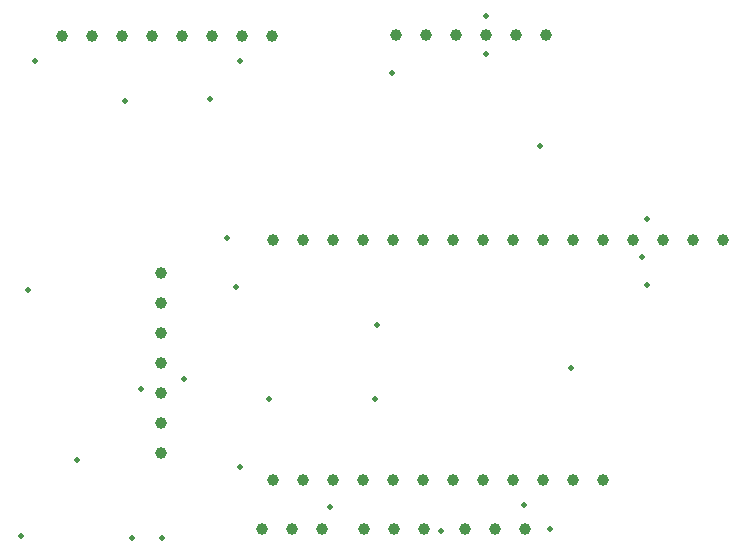
<source format=gbr>
%TF.GenerationSoftware,KiCad,Pcbnew,9.0.7*%
%TF.CreationDate,2026-02-04T13:14:20-08:00*%
%TF.ProjectId,BasicDatalogger,42617369-6344-4617-9461-6c6f67676572,rev?*%
%TF.SameCoordinates,Original*%
%TF.FileFunction,Plated,1,4,PTH,Drill*%
%TF.FilePolarity,Positive*%
%FSLAX46Y46*%
G04 Gerber Fmt 4.6, Leading zero omitted, Abs format (unit mm)*
G04 Created by KiCad (PCBNEW 9.0.7) date 2026-02-04 13:14:20*
%MOMM*%
%LPD*%
G01*
G04 APERTURE LIST*
%TA.AperFunction,ViaDrill*%
%ADD10C,0.500000*%
%TD*%
%TA.AperFunction,ComponentDrill*%
%ADD11C,1.000000*%
%TD*%
G04 APERTURE END LIST*
D10*
X79600000Y-75000000D03*
X80200000Y-54200000D03*
X80800000Y-34800000D03*
X84400000Y-68600000D03*
X88400000Y-38200000D03*
X89039052Y-75182415D03*
X89800000Y-62600000D03*
X91601578Y-75182415D03*
X93400000Y-61700000D03*
X95600000Y-38000000D03*
X97100000Y-49800000D03*
X97800000Y-53972407D03*
X98200000Y-34800000D03*
X98200000Y-69200000D03*
X100600000Y-63400000D03*
X105800000Y-72600000D03*
X109600000Y-63400000D03*
X109800000Y-57200000D03*
X111000000Y-35800000D03*
X115200000Y-74600000D03*
X119000000Y-31000000D03*
X119000000Y-34200000D03*
X122200000Y-72400000D03*
X123600000Y-42000000D03*
X124400000Y-74400000D03*
X126200000Y-60800000D03*
X132200000Y-51400000D03*
X132600000Y-48200000D03*
X132600000Y-53800000D03*
D11*
%TO.C,U2*%
X83110000Y-32700000D03*
X85650000Y-32700000D03*
X88190000Y-32700000D03*
X90730000Y-32700000D03*
%TO.C,U4*%
X91513796Y-52732407D03*
X91513796Y-55272407D03*
X91513796Y-57812407D03*
X91513796Y-60352407D03*
X91513796Y-62892407D03*
X91513796Y-65432407D03*
X91513796Y-67972407D03*
%TO.C,U2*%
X93270000Y-32700000D03*
X95810000Y-32700000D03*
X98350000Y-32700000D03*
%TO.C,3*%
X100060000Y-74400000D03*
%TO.C,U2*%
X100890000Y-32700000D03*
%TO.C,U1*%
X100980000Y-50000000D03*
X100980000Y-70320000D03*
%TO.C,3*%
X102600000Y-74400000D03*
%TO.C,U1*%
X103520000Y-50000000D03*
X103520000Y-70320000D03*
%TO.C,3*%
X105140000Y-74400000D03*
%TO.C,U1*%
X106060000Y-50000000D03*
X106060000Y-70320000D03*
X108600000Y-50000000D03*
X108600000Y-70320000D03*
%TO.C,2*%
X108660000Y-74400000D03*
%TO.C,U1*%
X111140000Y-50000000D03*
X111140000Y-70320000D03*
%TO.C,2*%
X111200000Y-74400000D03*
%TO.C,U3*%
X111400000Y-32600000D03*
%TO.C,U1*%
X113680000Y-50000000D03*
X113680000Y-70320000D03*
%TO.C,2*%
X113740000Y-74400000D03*
%TO.C,U3*%
X113940000Y-32600000D03*
%TO.C,U1*%
X116220000Y-50000000D03*
X116220000Y-70320000D03*
%TO.C,U3*%
X116480000Y-32600000D03*
%TO.C,1*%
X117200000Y-74400000D03*
%TO.C,U1*%
X118760000Y-50000000D03*
X118760000Y-70320000D03*
%TO.C,U3*%
X119020000Y-32600000D03*
%TO.C,1*%
X119740000Y-74400000D03*
%TO.C,U1*%
X121300000Y-50000000D03*
X121300000Y-70320000D03*
%TO.C,U3*%
X121560000Y-32600000D03*
%TO.C,1*%
X122280000Y-74400000D03*
%TO.C,U1*%
X123840000Y-50000000D03*
X123840000Y-70320000D03*
%TO.C,U3*%
X124100000Y-32600000D03*
%TO.C,U1*%
X126380000Y-50000000D03*
X126380000Y-70320000D03*
X128920000Y-50000000D03*
X128920000Y-70320000D03*
X131460000Y-50000000D03*
X134000000Y-50000000D03*
X136540000Y-50000000D03*
X139080000Y-50000000D03*
M02*

</source>
